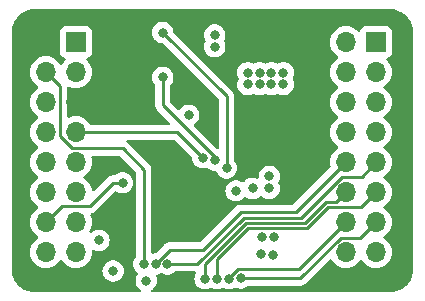
<source format=gbr>
%TF.GenerationSoftware,KiCad,Pcbnew,7.0.7-2.fc38*%
%TF.CreationDate,2023-11-16T23:20:57-08:00*%
%TF.ProjectId,TinySparrow,54696e79-5370-4617-9272-6f772e6b6963,rev?*%
%TF.SameCoordinates,Original*%
%TF.FileFunction,Copper,L2,Inr*%
%TF.FilePolarity,Positive*%
%FSLAX46Y46*%
G04 Gerber Fmt 4.6, Leading zero omitted, Abs format (unit mm)*
G04 Created by KiCad (PCBNEW 7.0.7-2.fc38) date 2023-11-16 23:20:57*
%MOMM*%
%LPD*%
G01*
G04 APERTURE LIST*
%TA.AperFunction,ComponentPad*%
%ADD10R,1.700000X1.700000*%
%TD*%
%TA.AperFunction,ComponentPad*%
%ADD11O,1.700000X1.700000*%
%TD*%
%TA.AperFunction,ViaPad*%
%ADD12C,0.800000*%
%TD*%
%TA.AperFunction,Conductor*%
%ADD13C,0.250000*%
%TD*%
G04 APERTURE END LIST*
D10*
%TO.N,/CANL*%
%TO.C,J1*%
X172450000Y-84620000D03*
D11*
%TO.N,GND*%
X169910000Y-84620000D03*
%TO.N,/CANH*%
X172450000Y-87160000D03*
%TO.N,/PA0*%
X169910000Y-87160000D03*
%TO.N,GND*%
X172450000Y-89700000D03*
%TO.N,/~{RESET}*%
X169910000Y-89700000D03*
%TO.N,/SWDIO*%
X172450000Y-92240000D03*
%TO.N,/SWCLK*%
X169910000Y-92240000D03*
%TO.N,/PA15*%
X172450000Y-94780000D03*
%TO.N,/PB3*%
X169910000Y-94780000D03*
%TO.N,/PB4*%
X172450000Y-97320000D03*
%TO.N,/PB5*%
X169910000Y-97320000D03*
%TO.N,/PB6*%
X172450000Y-99860000D03*
%TO.N,/PB7*%
X169910000Y-99860000D03*
%TO.N,/PD0*%
X172450000Y-102400000D03*
%TO.N,/PD1*%
X169910000Y-102400000D03*
%TD*%
D10*
%TO.N,/PA8*%
%TO.C,J2*%
X197850000Y-84620000D03*
D11*
%TO.N,+3V3*%
X195310000Y-84620000D03*
%TO.N,/PA9*%
X197850000Y-87160000D03*
%TO.N,/PA10*%
X195310000Y-87160000D03*
%TO.N,/PB1*%
X197850000Y-89700000D03*
%TO.N,/PB2*%
X195310000Y-89700000D03*
%TO.N,/PA7*%
X197850000Y-92240000D03*
%TO.N,/PB0*%
X195310000Y-92240000D03*
%TO.N,/PA2*%
X197850000Y-94780000D03*
%TO.N,/PA1*%
X195310000Y-94780000D03*
%TO.N,/PA4*%
X197850000Y-97320000D03*
%TO.N,/PA3*%
X195310000Y-97320000D03*
%TO.N,/PA6*%
X197850000Y-99860000D03*
%TO.N,/PA5*%
X195310000Y-99860000D03*
%TO.N,VDC*%
X197850000Y-102400000D03*
X195310000Y-102400000D03*
%TD*%
D12*
%TO.N,GND*%
X175000000Y-91200000D03*
X183800000Y-92600000D03*
X200400000Y-96200000D03*
X172200000Y-105200000D03*
X169200000Y-105200000D03*
X171200000Y-105200000D03*
X200400000Y-97200000D03*
X177000000Y-91200000D03*
X181200000Y-97800000D03*
X181200000Y-98800000D03*
X177000000Y-90200000D03*
X176600000Y-98800000D03*
X200400000Y-95200000D03*
X181200000Y-99800000D03*
X175000000Y-89200000D03*
X182200000Y-98800000D03*
X175000000Y-90200000D03*
X170200000Y-105200000D03*
X176000000Y-90200000D03*
X200400000Y-98200000D03*
X200400000Y-100200000D03*
X180200000Y-98800000D03*
X177000000Y-89200000D03*
X176000000Y-91200000D03*
X200400000Y-102200000D03*
X176000000Y-89200000D03*
X200400000Y-99200000D03*
X200400000Y-101200000D03*
%TO.N,+3V3*%
X190000000Y-88200000D03*
X184200000Y-85000000D03*
X178400000Y-104800000D03*
X187400000Y-97000000D03*
X174400000Y-101400000D03*
X187000000Y-88200000D03*
X188000000Y-87200000D03*
X188000000Y-88200000D03*
X189000000Y-87200000D03*
X184200000Y-84000000D03*
X190000000Y-87200000D03*
X187000000Y-87200000D03*
X189000000Y-88200000D03*
X182000000Y-90800000D03*
%TO.N,/~{RESET}*%
X175600000Y-104000000D03*
%TO.N,/PA0*%
X178200497Y-103400000D03*
%TO.N,/PA1*%
X179200000Y-103400000D03*
%TO.N,/PA2*%
X180200000Y-103400000D03*
%TO.N,/PA3*%
X183388000Y-104648000D03*
%TO.N,/PA4*%
X184387503Y-104648000D03*
%TO.N,/PA5*%
X185420000Y-104648000D03*
%TO.N,/PA6*%
X186418306Y-104599103D03*
%TO.N,/PA7*%
X189152966Y-102632142D03*
%TO.N,/PB0*%
X188157582Y-102541500D03*
%TO.N,/PB1*%
X189213503Y-101092000D03*
%TO.N,/PB2*%
X188214000Y-101092000D03*
%TO.N,/PA8*%
X186000000Y-97200000D03*
%TO.N,/PA9*%
X188800000Y-97000000D03*
%TO.N,/PA10*%
X188812299Y-95987701D03*
%TO.N,/CANRX*%
X179800000Y-83800000D03*
X185200000Y-95263201D03*
%TO.N,/CANTX*%
X179800000Y-87600000D03*
X184200000Y-94600000D03*
%TO.N,/SWDIO*%
X183200000Y-94400000D03*
%TO.N,/PB7*%
X176400000Y-96524500D03*
%TD*%
D13*
%TO.N,/PA0*%
X172148299Y-93600000D02*
X176400000Y-93600000D01*
X171085000Y-92536701D02*
X172148299Y-93600000D01*
X169910000Y-87160000D02*
X171085000Y-88335000D01*
X171085000Y-88335000D02*
X171085000Y-92536701D01*
X178200497Y-95400497D02*
X178200497Y-103400000D01*
X176400000Y-93600000D02*
X178200497Y-95400497D01*
%TO.N,/PA1*%
X186400000Y-99000000D02*
X183200000Y-102200000D01*
X183200000Y-102200000D02*
X180374695Y-102200000D01*
X195310000Y-94780000D02*
X191090000Y-99000000D01*
X179200000Y-103374695D02*
X179200000Y-103400000D01*
X191090000Y-99000000D02*
X186400000Y-99000000D01*
X180374695Y-102200000D02*
X179200000Y-103374695D01*
%TO.N,/PA2*%
X186660208Y-99467000D02*
X191501298Y-99467000D01*
X191501298Y-99467000D02*
X194968299Y-96000000D01*
X196630000Y-96000000D02*
X197850000Y-94780000D01*
X180200000Y-103400000D02*
X182727208Y-103400000D01*
X194968299Y-96000000D02*
X196630000Y-96000000D01*
X182727208Y-103400000D02*
X186660208Y-99467000D01*
%TO.N,/PA3*%
X183388000Y-103375604D02*
X186846604Y-99917000D01*
X191833000Y-99917000D02*
X193600000Y-98150000D01*
X193600000Y-98150000D02*
X194480000Y-98150000D01*
X183388000Y-104648000D02*
X183388000Y-103375604D01*
X194480000Y-98150000D02*
X195310000Y-97320000D01*
X186846604Y-99917000D02*
X191833000Y-99917000D01*
%TO.N,/PA4*%
X184387503Y-104648000D02*
X184387503Y-103012497D01*
X196570000Y-98600000D02*
X197850000Y-97320000D01*
X193800000Y-98600000D02*
X196570000Y-98600000D01*
X192033000Y-100367000D02*
X193800000Y-98600000D01*
X187033000Y-100367000D02*
X192033000Y-100367000D01*
X184387503Y-103012497D02*
X187033000Y-100367000D01*
%TO.N,/PA5*%
X191370000Y-103800000D02*
X195310000Y-99860000D01*
X185420000Y-104572104D02*
X186192104Y-103800000D01*
X186192104Y-103800000D02*
X191370000Y-103800000D01*
X185420000Y-104648000D02*
X185420000Y-104572104D01*
%TO.N,/PA6*%
X191449196Y-104599103D02*
X194848299Y-101200000D01*
X186418306Y-104599103D02*
X191449196Y-104599103D01*
X196510000Y-101200000D02*
X197850000Y-99860000D01*
X194848299Y-101200000D02*
X196510000Y-101200000D01*
%TO.N,/CANRX*%
X185200000Y-89200000D02*
X179800000Y-83800000D01*
X185200000Y-95263201D02*
X185200000Y-89200000D01*
%TO.N,/CANTX*%
X184200000Y-94600000D02*
X184200000Y-94374695D01*
X179800000Y-89974695D02*
X179800000Y-87600000D01*
X184200000Y-94374695D02*
X179800000Y-89974695D01*
%TO.N,/SWDIO*%
X183200000Y-94400000D02*
X181040000Y-92240000D01*
X181040000Y-92240000D02*
X172450000Y-92240000D01*
%TO.N,/PB7*%
X171275000Y-98495000D02*
X169910000Y-99860000D01*
X173600000Y-98495000D02*
X171275000Y-98495000D01*
X175570500Y-96524500D02*
X173600000Y-98495000D01*
X176400000Y-96524500D02*
X175570500Y-96524500D01*
%TD*%
%TA.AperFunction,Conductor*%
%TO.N,GND*%
G36*
X199002019Y-81800633D02*
G01*
X199037198Y-81802938D01*
X199083708Y-81805986D01*
X199265459Y-81818985D01*
X199273100Y-81820015D01*
X199366738Y-81838641D01*
X199389420Y-81843153D01*
X199415023Y-81848722D01*
X199533666Y-81874531D01*
X199540383Y-81876395D01*
X199659437Y-81916809D01*
X199756671Y-81953076D01*
X199791741Y-81966157D01*
X199797499Y-81968643D01*
X199912952Y-82025578D01*
X200034906Y-82092170D01*
X200039634Y-82095032D01*
X200096571Y-82133076D01*
X200146649Y-82166537D01*
X200149358Y-82168454D01*
X200258652Y-82250271D01*
X200262345Y-82253265D01*
X200359502Y-82338469D01*
X200362448Y-82341228D01*
X200458769Y-82437549D01*
X200461526Y-82440492D01*
X200546729Y-82537648D01*
X200549732Y-82541353D01*
X200601564Y-82610592D01*
X200631543Y-82650639D01*
X200633461Y-82653349D01*
X200704962Y-82760357D01*
X200707828Y-82765091D01*
X200774421Y-82887047D01*
X200831355Y-83002499D01*
X200833841Y-83008257D01*
X200870212Y-83105768D01*
X200883196Y-83140578D01*
X200888289Y-83155581D01*
X200923597Y-83259596D01*
X200925472Y-83266352D01*
X200956846Y-83410579D01*
X200979980Y-83526880D01*
X200981015Y-83534560D01*
X200994017Y-83716350D01*
X200999367Y-83797966D01*
X200999500Y-83802023D01*
X200999500Y-103797975D01*
X200999367Y-103802032D01*
X200994017Y-103883648D01*
X200981015Y-104065438D01*
X200979980Y-104073118D01*
X200956846Y-104189420D01*
X200925472Y-104333646D01*
X200923597Y-104340401D01*
X200883197Y-104459418D01*
X200878893Y-104470956D01*
X200833841Y-104591741D01*
X200831355Y-104597499D01*
X200774421Y-104712952D01*
X200707828Y-104834907D01*
X200704961Y-104839641D01*
X200633461Y-104946649D01*
X200631543Y-104949359D01*
X200549744Y-105058631D01*
X200546723Y-105062357D01*
X200461529Y-105159502D01*
X200458755Y-105162464D01*
X200362464Y-105258755D01*
X200359502Y-105261529D01*
X200262357Y-105346723D01*
X200258631Y-105349744D01*
X200149359Y-105431543D01*
X200146649Y-105433461D01*
X200039641Y-105504961D01*
X200034907Y-105507828D01*
X199912952Y-105574421D01*
X199797499Y-105631355D01*
X199791741Y-105633841D01*
X199670956Y-105678893D01*
X199659418Y-105683197D01*
X199540401Y-105723597D01*
X199533646Y-105725472D01*
X199389420Y-105756846D01*
X199273118Y-105779980D01*
X199265438Y-105781015D01*
X199083648Y-105794017D01*
X199032582Y-105797364D01*
X199002025Y-105799367D01*
X198997976Y-105799500D01*
X178937961Y-105799500D01*
X178870922Y-105779815D01*
X178825167Y-105727011D01*
X178815223Y-105657853D01*
X178844248Y-105594297D01*
X178865076Y-105575182D01*
X178941306Y-105519796D01*
X179005871Y-105472888D01*
X179132533Y-105332216D01*
X179227179Y-105168284D01*
X179285674Y-104988256D01*
X179305460Y-104800000D01*
X179285674Y-104611744D01*
X179234212Y-104453364D01*
X179232218Y-104383525D01*
X179268298Y-104323692D01*
X179326363Y-104293758D01*
X179479803Y-104261144D01*
X179649566Y-104185559D01*
X179718812Y-104176274D01*
X179750433Y-104185559D01*
X179920197Y-104261144D01*
X180105354Y-104300500D01*
X180105355Y-104300500D01*
X180294644Y-104300500D01*
X180294646Y-104300500D01*
X180479803Y-104261144D01*
X180652730Y-104184151D01*
X180805871Y-104072888D01*
X180808788Y-104069647D01*
X180811600Y-104066526D01*
X180871087Y-104029879D01*
X180903748Y-104025500D01*
X182492818Y-104025500D01*
X182559857Y-104045185D01*
X182605612Y-104097989D01*
X182615556Y-104167147D01*
X182600206Y-104211499D01*
X182560820Y-104279718D01*
X182560818Y-104279722D01*
X182502432Y-104459418D01*
X182502326Y-104459744D01*
X182482540Y-104648000D01*
X182502326Y-104836256D01*
X182502327Y-104836259D01*
X182560818Y-105016277D01*
X182560821Y-105016284D01*
X182655467Y-105180216D01*
X182738099Y-105271988D01*
X182782129Y-105320888D01*
X182935265Y-105432148D01*
X182935270Y-105432151D01*
X183108192Y-105509142D01*
X183108197Y-105509144D01*
X183293354Y-105548500D01*
X183293355Y-105548500D01*
X183482644Y-105548500D01*
X183482646Y-105548500D01*
X183667803Y-105509144D01*
X183837316Y-105433670D01*
X183906564Y-105424386D01*
X183938187Y-105433671D01*
X184107695Y-105509142D01*
X184107700Y-105509144D01*
X184292857Y-105548500D01*
X184292858Y-105548500D01*
X184482147Y-105548500D01*
X184482149Y-105548500D01*
X184667306Y-105509144D01*
X184840233Y-105432151D01*
X184840243Y-105432143D01*
X184841742Y-105431279D01*
X184842731Y-105431038D01*
X184846170Y-105429508D01*
X184846449Y-105430136D01*
X184909640Y-105414801D01*
X184961149Y-105429922D01*
X184961334Y-105429508D01*
X184964422Y-105430883D01*
X184965747Y-105431272D01*
X184967268Y-105432149D01*
X184967270Y-105432151D01*
X185058766Y-105472888D01*
X185140192Y-105509142D01*
X185140197Y-105509144D01*
X185325354Y-105548500D01*
X185325355Y-105548500D01*
X185514644Y-105548500D01*
X185514646Y-105548500D01*
X185699803Y-105509144D01*
X185872730Y-105432151D01*
X185891818Y-105418282D01*
X185957620Y-105394802D01*
X186015138Y-105405320D01*
X186138503Y-105460247D01*
X186323660Y-105499603D01*
X186323661Y-105499603D01*
X186512950Y-105499603D01*
X186512952Y-105499603D01*
X186698109Y-105460247D01*
X186871036Y-105383254D01*
X187024177Y-105271991D01*
X187027094Y-105268750D01*
X187029906Y-105265629D01*
X187089393Y-105228982D01*
X187122054Y-105224603D01*
X191366453Y-105224603D01*
X191382073Y-105226327D01*
X191382100Y-105226042D01*
X191389856Y-105226774D01*
X191389863Y-105226776D01*
X191459010Y-105224603D01*
X191488546Y-105224603D01*
X191495424Y-105223733D01*
X191501237Y-105223275D01*
X191547823Y-105221812D01*
X191567065Y-105216220D01*
X191586108Y-105212277D01*
X191605988Y-105209767D01*
X191649318Y-105192610D01*
X191654842Y-105190720D01*
X191658592Y-105189630D01*
X191699586Y-105177721D01*
X191716825Y-105167525D01*
X191734299Y-105158965D01*
X191752923Y-105151591D01*
X191752923Y-105151590D01*
X191752928Y-105151589D01*
X191790645Y-105124185D01*
X191795501Y-105120995D01*
X191835616Y-105097273D01*
X191849785Y-105083102D01*
X191864575Y-105070471D01*
X191880783Y-105058697D01*
X191910495Y-105022779D01*
X191914408Y-105018479D01*
X193921412Y-103011475D01*
X193982733Y-102977992D01*
X194052425Y-102982976D01*
X194108358Y-103024848D01*
X194121473Y-103046752D01*
X194135966Y-103077832D01*
X194211428Y-103185602D01*
X194271505Y-103271401D01*
X194438599Y-103438495D01*
X194535384Y-103506265D01*
X194632165Y-103574032D01*
X194632167Y-103574033D01*
X194632170Y-103574035D01*
X194846337Y-103673903D01*
X195074592Y-103735063D01*
X195262918Y-103751539D01*
X195309999Y-103755659D01*
X195310000Y-103755659D01*
X195310001Y-103755659D01*
X195349234Y-103752226D01*
X195545408Y-103735063D01*
X195773663Y-103673903D01*
X195987830Y-103574035D01*
X196181401Y-103438495D01*
X196348495Y-103271401D01*
X196467103Y-103102011D01*
X196478425Y-103085842D01*
X196533002Y-103042217D01*
X196602500Y-103035023D01*
X196664855Y-103066546D01*
X196681575Y-103085842D01*
X196811500Y-103271395D01*
X196811505Y-103271401D01*
X196978599Y-103438495D01*
X197075384Y-103506265D01*
X197172165Y-103574032D01*
X197172167Y-103574033D01*
X197172170Y-103574035D01*
X197386337Y-103673903D01*
X197614592Y-103735063D01*
X197802918Y-103751539D01*
X197849999Y-103755659D01*
X197850000Y-103755659D01*
X197850001Y-103755659D01*
X197889234Y-103752226D01*
X198085408Y-103735063D01*
X198313663Y-103673903D01*
X198527830Y-103574035D01*
X198721401Y-103438495D01*
X198888495Y-103271401D01*
X199024035Y-103077830D01*
X199123903Y-102863663D01*
X199185063Y-102635408D01*
X199205659Y-102400000D01*
X199185063Y-102164592D01*
X199123903Y-101936337D01*
X199024035Y-101722171D01*
X199018425Y-101714158D01*
X198888494Y-101528597D01*
X198721402Y-101361506D01*
X198721396Y-101361501D01*
X198535842Y-101231575D01*
X198492217Y-101176998D01*
X198485023Y-101107500D01*
X198516546Y-101045145D01*
X198535842Y-101028425D01*
X198587148Y-100992500D01*
X198721401Y-100898495D01*
X198888495Y-100731401D01*
X199024035Y-100537830D01*
X199123903Y-100323663D01*
X199185063Y-100095408D01*
X199205659Y-99860000D01*
X199185063Y-99624592D01*
X199123903Y-99396337D01*
X199024035Y-99182171D01*
X198999261Y-99146789D01*
X198888494Y-98988597D01*
X198721402Y-98821506D01*
X198721401Y-98821505D01*
X198535842Y-98691575D01*
X198535841Y-98691574D01*
X198492216Y-98636997D01*
X198485024Y-98567498D01*
X198516546Y-98505144D01*
X198535836Y-98488428D01*
X198721401Y-98358495D01*
X198888495Y-98191401D01*
X199024035Y-97997830D01*
X199123903Y-97783663D01*
X199185063Y-97555408D01*
X199205659Y-97320000D01*
X199185063Y-97084592D01*
X199123903Y-96856337D01*
X199024035Y-96642171D01*
X199018425Y-96634158D01*
X198888494Y-96448597D01*
X198721402Y-96281506D01*
X198721396Y-96281501D01*
X198535842Y-96151575D01*
X198492217Y-96096998D01*
X198485023Y-96027500D01*
X198516546Y-95965145D01*
X198535842Y-95948425D01*
X198602442Y-95901791D01*
X198721401Y-95818495D01*
X198888495Y-95651401D01*
X199024035Y-95457830D01*
X199123903Y-95243663D01*
X199185063Y-95015408D01*
X199205659Y-94780000D01*
X199185063Y-94544592D01*
X199123903Y-94316337D01*
X199024035Y-94102171D01*
X199018425Y-94094158D01*
X198888494Y-93908597D01*
X198721402Y-93741506D01*
X198721401Y-93741505D01*
X198535842Y-93611575D01*
X198535841Y-93611574D01*
X198492216Y-93556997D01*
X198485024Y-93487498D01*
X198516546Y-93425144D01*
X198535836Y-93408428D01*
X198721401Y-93278495D01*
X198888495Y-93111401D01*
X199024035Y-92917830D01*
X199123903Y-92703663D01*
X199185063Y-92475408D01*
X199205659Y-92240000D01*
X199185063Y-92004592D01*
X199123903Y-91776337D01*
X199024035Y-91562171D01*
X199023652Y-91561623D01*
X198888494Y-91368597D01*
X198721402Y-91201506D01*
X198721396Y-91201501D01*
X198535842Y-91071575D01*
X198492217Y-91016998D01*
X198485023Y-90947500D01*
X198516546Y-90885145D01*
X198535842Y-90868425D01*
X198633563Y-90800000D01*
X198721401Y-90738495D01*
X198888495Y-90571401D01*
X199024035Y-90377830D01*
X199123903Y-90163663D01*
X199185063Y-89935408D01*
X199205659Y-89700000D01*
X199185063Y-89464592D01*
X199123903Y-89236337D01*
X199024035Y-89022171D01*
X199018425Y-89014158D01*
X198888494Y-88828597D01*
X198721402Y-88661506D01*
X198721401Y-88661505D01*
X198535842Y-88531575D01*
X198535841Y-88531574D01*
X198492216Y-88476997D01*
X198485024Y-88407498D01*
X198516546Y-88345144D01*
X198535836Y-88328428D01*
X198721401Y-88198495D01*
X198888495Y-88031401D01*
X199024035Y-87837830D01*
X199123903Y-87623663D01*
X199185063Y-87395408D01*
X199205659Y-87160000D01*
X199185063Y-86924592D01*
X199123903Y-86696337D01*
X199024035Y-86482171D01*
X199018424Y-86474158D01*
X198888496Y-86288600D01*
X198888493Y-86288597D01*
X198766567Y-86166671D01*
X198733084Y-86105351D01*
X198738068Y-86035659D01*
X198779939Y-85979725D01*
X198810915Y-85962810D01*
X198942331Y-85913796D01*
X199057546Y-85827546D01*
X199143796Y-85712331D01*
X199194091Y-85577483D01*
X199200500Y-85517873D01*
X199200499Y-83722128D01*
X199194091Y-83662517D01*
X199192810Y-83659083D01*
X199143797Y-83527671D01*
X199143793Y-83527664D01*
X199057547Y-83412455D01*
X199057544Y-83412452D01*
X198942335Y-83326206D01*
X198942328Y-83326202D01*
X198807482Y-83275908D01*
X198807483Y-83275908D01*
X198747883Y-83269501D01*
X198747881Y-83269500D01*
X198747873Y-83269500D01*
X198747864Y-83269500D01*
X196952129Y-83269500D01*
X196952123Y-83269501D01*
X196892516Y-83275908D01*
X196757671Y-83326202D01*
X196757664Y-83326206D01*
X196642455Y-83412452D01*
X196642452Y-83412455D01*
X196556206Y-83527664D01*
X196556203Y-83527669D01*
X196507189Y-83659083D01*
X196465317Y-83715016D01*
X196399853Y-83739433D01*
X196331580Y-83724581D01*
X196303326Y-83703430D01*
X196181402Y-83581506D01*
X196181395Y-83581501D01*
X195987834Y-83445967D01*
X195987830Y-83445965D01*
X195957271Y-83431715D01*
X195773663Y-83346097D01*
X195773659Y-83346096D01*
X195773655Y-83346094D01*
X195545413Y-83284938D01*
X195545403Y-83284936D01*
X195310001Y-83264341D01*
X195309999Y-83264341D01*
X195074596Y-83284936D01*
X195074586Y-83284938D01*
X194846344Y-83346094D01*
X194846335Y-83346098D01*
X194632171Y-83445964D01*
X194632169Y-83445965D01*
X194438597Y-83581505D01*
X194271505Y-83748597D01*
X194135965Y-83942169D01*
X194135964Y-83942171D01*
X194036098Y-84156335D01*
X194036094Y-84156344D01*
X193974938Y-84384586D01*
X193974936Y-84384596D01*
X193954341Y-84619999D01*
X193954341Y-84620000D01*
X193974936Y-84855403D01*
X193974938Y-84855413D01*
X194036094Y-85083655D01*
X194036096Y-85083659D01*
X194036097Y-85083663D01*
X194084870Y-85188256D01*
X194135965Y-85297830D01*
X194135967Y-85297834D01*
X194271501Y-85491395D01*
X194271506Y-85491402D01*
X194438597Y-85658493D01*
X194438603Y-85658498D01*
X194624158Y-85788425D01*
X194667783Y-85843002D01*
X194674977Y-85912500D01*
X194643454Y-85974855D01*
X194624158Y-85991575D01*
X194438597Y-86121505D01*
X194271505Y-86288597D01*
X194135965Y-86482169D01*
X194135964Y-86482171D01*
X194036098Y-86696335D01*
X194036094Y-86696344D01*
X193974938Y-86924586D01*
X193974936Y-86924596D01*
X193954341Y-87159999D01*
X193954341Y-87160000D01*
X193974936Y-87395403D01*
X193974938Y-87395413D01*
X194036094Y-87623655D01*
X194036096Y-87623659D01*
X194036097Y-87623663D01*
X194112848Y-87788256D01*
X194135965Y-87837830D01*
X194135967Y-87837834D01*
X194227305Y-87968277D01*
X194271501Y-88031396D01*
X194271506Y-88031402D01*
X194438597Y-88198493D01*
X194438603Y-88198498D01*
X194624158Y-88328425D01*
X194667783Y-88383002D01*
X194674977Y-88452500D01*
X194643454Y-88514855D01*
X194624158Y-88531575D01*
X194438597Y-88661505D01*
X194271505Y-88828597D01*
X194135965Y-89022169D01*
X194135964Y-89022171D01*
X194036098Y-89236335D01*
X194036094Y-89236344D01*
X193974938Y-89464586D01*
X193974936Y-89464596D01*
X193954341Y-89699999D01*
X193954341Y-89700000D01*
X193974936Y-89935403D01*
X193974938Y-89935413D01*
X194036094Y-90163655D01*
X194036096Y-90163659D01*
X194036097Y-90163663D01*
X194105059Y-90311552D01*
X194135965Y-90377830D01*
X194135967Y-90377834D01*
X194244281Y-90532521D01*
X194271501Y-90571396D01*
X194271506Y-90571402D01*
X194438597Y-90738493D01*
X194438603Y-90738498D01*
X194624158Y-90868425D01*
X194667783Y-90923002D01*
X194674977Y-90992500D01*
X194643454Y-91054855D01*
X194624158Y-91071575D01*
X194438597Y-91201505D01*
X194271505Y-91368597D01*
X194135965Y-91562169D01*
X194135964Y-91562171D01*
X194036098Y-91776335D01*
X194036094Y-91776344D01*
X193974938Y-92004586D01*
X193974936Y-92004596D01*
X193954341Y-92239999D01*
X193954341Y-92240000D01*
X193974936Y-92475403D01*
X193974938Y-92475413D01*
X194036094Y-92703655D01*
X194036096Y-92703659D01*
X194036097Y-92703663D01*
X194040000Y-92712032D01*
X194135965Y-92917830D01*
X194135967Y-92917834D01*
X194233642Y-93057327D01*
X194271501Y-93111396D01*
X194271506Y-93111402D01*
X194438597Y-93278493D01*
X194438603Y-93278498D01*
X194624158Y-93408425D01*
X194667783Y-93463002D01*
X194674977Y-93532500D01*
X194643454Y-93594855D01*
X194624158Y-93611575D01*
X194438597Y-93741505D01*
X194271505Y-93908597D01*
X194135965Y-94102169D01*
X194135964Y-94102171D01*
X194036098Y-94316335D01*
X194036094Y-94316344D01*
X193974938Y-94544586D01*
X193974936Y-94544596D01*
X193954341Y-94779999D01*
X193954341Y-94780000D01*
X193974937Y-95015408D01*
X194001855Y-95115873D01*
X194000192Y-95185723D01*
X193969761Y-95235646D01*
X190867228Y-98338181D01*
X190805905Y-98371666D01*
X190779547Y-98374500D01*
X186482737Y-98374500D01*
X186467120Y-98372776D01*
X186467093Y-98373062D01*
X186459331Y-98372327D01*
X186390203Y-98374500D01*
X186360650Y-98374500D01*
X186359929Y-98374590D01*
X186353757Y-98375369D01*
X186347945Y-98375826D01*
X186301372Y-98377290D01*
X186301369Y-98377291D01*
X186282126Y-98382881D01*
X186263083Y-98386825D01*
X186243204Y-98389336D01*
X186243203Y-98389337D01*
X186199878Y-98406490D01*
X186194352Y-98408382D01*
X186149608Y-98421383D01*
X186149604Y-98421385D01*
X186132365Y-98431580D01*
X186114898Y-98440137D01*
X186096269Y-98447512D01*
X186096267Y-98447513D01*
X186058564Y-98474906D01*
X186053682Y-98478112D01*
X186013580Y-98501828D01*
X185999408Y-98516000D01*
X185984623Y-98528628D01*
X185968412Y-98540407D01*
X185938709Y-98576310D01*
X185934777Y-98580631D01*
X182977228Y-101538181D01*
X182915905Y-101571666D01*
X182889547Y-101574500D01*
X180457438Y-101574500D01*
X180441817Y-101572775D01*
X180441790Y-101573061D01*
X180434028Y-101572326D01*
X180364867Y-101574500D01*
X180335344Y-101574500D01*
X180328473Y-101575367D01*
X180322654Y-101575825D01*
X180276069Y-101577289D01*
X180276063Y-101577290D01*
X180256821Y-101582880D01*
X180237782Y-101586823D01*
X180217912Y-101589334D01*
X180217898Y-101589337D01*
X180174578Y-101606488D01*
X180169053Y-101608380D01*
X180124308Y-101621380D01*
X180124305Y-101621381D01*
X180107061Y-101631579D01*
X180089600Y-101640133D01*
X180070969Y-101647510D01*
X180070957Y-101647517D01*
X180033265Y-101674902D01*
X180028382Y-101678109D01*
X179988275Y-101701829D01*
X179974109Y-101715995D01*
X179959319Y-101728627D01*
X179943109Y-101740404D01*
X179943106Y-101740407D01*
X179913405Y-101776309D01*
X179909472Y-101780631D01*
X179226923Y-102463181D01*
X179165600Y-102496666D01*
X179139242Y-102499500D01*
X179105354Y-102499500D01*
X179001143Y-102521650D01*
X178975777Y-102527042D01*
X178906110Y-102521725D01*
X178850377Y-102479587D01*
X178826272Y-102414007D01*
X178825997Y-102405751D01*
X178825997Y-97200000D01*
X185094540Y-97200000D01*
X185114326Y-97388256D01*
X185114327Y-97388259D01*
X185172818Y-97568277D01*
X185172821Y-97568284D01*
X185267467Y-97732216D01*
X185314227Y-97784148D01*
X185394129Y-97872888D01*
X185547265Y-97984148D01*
X185547270Y-97984151D01*
X185720192Y-98061142D01*
X185720197Y-98061144D01*
X185905354Y-98100500D01*
X185905355Y-98100500D01*
X186094644Y-98100500D01*
X186094646Y-98100500D01*
X186279803Y-98061144D01*
X186452730Y-97984151D01*
X186605871Y-97872888D01*
X186714477Y-97752268D01*
X186773964Y-97715620D01*
X186843821Y-97716951D01*
X186879512Y-97734923D01*
X186947265Y-97784148D01*
X186947270Y-97784151D01*
X187120192Y-97861142D01*
X187120197Y-97861144D01*
X187305354Y-97900500D01*
X187305355Y-97900500D01*
X187494644Y-97900500D01*
X187494646Y-97900500D01*
X187679803Y-97861144D01*
X187852730Y-97784151D01*
X188005871Y-97672888D01*
X188005875Y-97672884D01*
X188007849Y-97670692D01*
X188009309Y-97669792D01*
X188010706Y-97668535D01*
X188010935Y-97668790D01*
X188067335Y-97634043D01*
X188137192Y-97635372D01*
X188189110Y-97668738D01*
X188189294Y-97668535D01*
X188190539Y-97669656D01*
X188192151Y-97670692D01*
X188194124Y-97672884D01*
X188194130Y-97672889D01*
X188347265Y-97784148D01*
X188347270Y-97784151D01*
X188520192Y-97861142D01*
X188520197Y-97861144D01*
X188705354Y-97900500D01*
X188705355Y-97900500D01*
X188894644Y-97900500D01*
X188894646Y-97900500D01*
X189079803Y-97861144D01*
X189252730Y-97784151D01*
X189405871Y-97672888D01*
X189532533Y-97532216D01*
X189627179Y-97368284D01*
X189685674Y-97188256D01*
X189705460Y-97000000D01*
X189685674Y-96811744D01*
X189627179Y-96631716D01*
X189589527Y-96566501D01*
X189573054Y-96498601D01*
X189589526Y-96442502D01*
X189639478Y-96355985D01*
X189697973Y-96175957D01*
X189717759Y-95987701D01*
X189697973Y-95799445D01*
X189639478Y-95619417D01*
X189544832Y-95455485D01*
X189418170Y-95314813D01*
X189418169Y-95314812D01*
X189265033Y-95203552D01*
X189265028Y-95203549D01*
X189092106Y-95126558D01*
X189092101Y-95126556D01*
X188946300Y-95095566D01*
X188906945Y-95087201D01*
X188717653Y-95087201D01*
X188685196Y-95094099D01*
X188532496Y-95126556D01*
X188532491Y-95126558D01*
X188359569Y-95203549D01*
X188359564Y-95203552D01*
X188206428Y-95314812D01*
X188079765Y-95455486D01*
X187985120Y-95619416D01*
X187985117Y-95619423D01*
X187926626Y-95799441D01*
X187926625Y-95799445D01*
X187909210Y-95965145D01*
X187906839Y-95987701D01*
X187912202Y-96038725D01*
X187899632Y-96107455D01*
X187851900Y-96158478D01*
X187784160Y-96175596D01*
X187738445Y-96164965D01*
X187679807Y-96138857D01*
X187679802Y-96138855D01*
X187521138Y-96105131D01*
X187494646Y-96099500D01*
X187305354Y-96099500D01*
X187299196Y-96100809D01*
X187120197Y-96138855D01*
X187120192Y-96138857D01*
X186947270Y-96215848D01*
X186947265Y-96215851D01*
X186794132Y-96327109D01*
X186794129Y-96327111D01*
X186794129Y-96327112D01*
X186783556Y-96338855D01*
X186685522Y-96447732D01*
X186626035Y-96484380D01*
X186556178Y-96483049D01*
X186520488Y-96465078D01*
X186452730Y-96415849D01*
X186452729Y-96415848D01*
X186279807Y-96338857D01*
X186279802Y-96338855D01*
X186134001Y-96307865D01*
X186094646Y-96299500D01*
X185905354Y-96299500D01*
X185872897Y-96306398D01*
X185720197Y-96338855D01*
X185720192Y-96338857D01*
X185547270Y-96415848D01*
X185547265Y-96415851D01*
X185394129Y-96527111D01*
X185267466Y-96667785D01*
X185172821Y-96831715D01*
X185172818Y-96831722D01*
X185118142Y-97000000D01*
X185114326Y-97011744D01*
X185094540Y-97200000D01*
X178825997Y-97200000D01*
X178825997Y-95483234D01*
X178827721Y-95467620D01*
X178827435Y-95467593D01*
X178828169Y-95459830D01*
X178828032Y-95455485D01*
X178825997Y-95390700D01*
X178825997Y-95361147D01*
X178825126Y-95354256D01*
X178824669Y-95348442D01*
X178823206Y-95301869D01*
X178817619Y-95282641D01*
X178813671Y-95263581D01*
X178813363Y-95261142D01*
X178811161Y-95243705D01*
X178794004Y-95200372D01*
X178792116Y-95194856D01*
X178779116Y-95150109D01*
X178768915Y-95132860D01*
X178760357Y-95115391D01*
X178752983Y-95096765D01*
X178752980Y-95096761D01*
X178752980Y-95096760D01*
X178725595Y-95059068D01*
X178722387Y-95054184D01*
X178698669Y-95014079D01*
X178698660Y-95014068D01*
X178684502Y-94999910D01*
X178671867Y-94985117D01*
X178660090Y-94968909D01*
X178624190Y-94939210D01*
X178619878Y-94935287D01*
X176900803Y-93216212D01*
X176890980Y-93203950D01*
X176890759Y-93204134D01*
X176885786Y-93198123D01*
X176885754Y-93198093D01*
X176835364Y-93150773D01*
X176824919Y-93140328D01*
X176814475Y-93129883D01*
X176808986Y-93125625D01*
X176804561Y-93121847D01*
X176770582Y-93089938D01*
X176770577Y-93089933D01*
X176770419Y-93089819D01*
X176770325Y-93089697D01*
X176764893Y-93084596D01*
X176765715Y-93083719D01*
X176727752Y-93034489D01*
X176721773Y-92964876D01*
X176754378Y-92903081D01*
X176815216Y-92868723D01*
X176843303Y-92865500D01*
X180729548Y-92865500D01*
X180796587Y-92885185D01*
X180817229Y-92901819D01*
X182261038Y-94345629D01*
X182294523Y-94406952D01*
X182296678Y-94420348D01*
X182304968Y-94499227D01*
X182314326Y-94588256D01*
X182314327Y-94588259D01*
X182372818Y-94768277D01*
X182372821Y-94768284D01*
X182467467Y-94932216D01*
X182541177Y-95014079D01*
X182594129Y-95072888D01*
X182747265Y-95184148D01*
X182747270Y-95184151D01*
X182920192Y-95261142D01*
X182920197Y-95261144D01*
X183105354Y-95300500D01*
X183105355Y-95300500D01*
X183294644Y-95300500D01*
X183294646Y-95300500D01*
X183479803Y-95261144D01*
X183479805Y-95261142D01*
X183485987Y-95259135D01*
X183486796Y-95261626D01*
X183544473Y-95253873D01*
X183598585Y-95276126D01*
X183747265Y-95384148D01*
X183747270Y-95384151D01*
X183920192Y-95461142D01*
X183920197Y-95461144D01*
X184105354Y-95500500D01*
X184105355Y-95500500D01*
X184240170Y-95500500D01*
X184307209Y-95520185D01*
X184352964Y-95572989D01*
X184358101Y-95586182D01*
X184372818Y-95631479D01*
X184372821Y-95631485D01*
X184467467Y-95795417D01*
X184574092Y-95913836D01*
X184594129Y-95936089D01*
X184747265Y-96047349D01*
X184747270Y-96047352D01*
X184920192Y-96124343D01*
X184920197Y-96124345D01*
X185105354Y-96163701D01*
X185105355Y-96163701D01*
X185294644Y-96163701D01*
X185294646Y-96163701D01*
X185479803Y-96124345D01*
X185652730Y-96047352D01*
X185805871Y-95936089D01*
X185932533Y-95795417D01*
X186027179Y-95631485D01*
X186085674Y-95451457D01*
X186105460Y-95263201D01*
X186085674Y-95074945D01*
X186027179Y-94894917D01*
X185932533Y-94730985D01*
X185932533Y-94730984D01*
X185857350Y-94647485D01*
X185827120Y-94584493D01*
X185825500Y-94564513D01*
X185825500Y-89282737D01*
X185827224Y-89267123D01*
X185826938Y-89267096D01*
X185827672Y-89259333D01*
X185826949Y-89236337D01*
X185825500Y-89190203D01*
X185825500Y-89160650D01*
X185824629Y-89153759D01*
X185824172Y-89147945D01*
X185822709Y-89101372D01*
X185817122Y-89082144D01*
X185813174Y-89063084D01*
X185812929Y-89061142D01*
X185810664Y-89043208D01*
X185793507Y-88999875D01*
X185791619Y-88994359D01*
X185778619Y-88949612D01*
X185768418Y-88932363D01*
X185759860Y-88914894D01*
X185752486Y-88896268D01*
X185752483Y-88896264D01*
X185752483Y-88896263D01*
X185725098Y-88858571D01*
X185721890Y-88853687D01*
X185698172Y-88813582D01*
X185698163Y-88813571D01*
X185684005Y-88799413D01*
X185671370Y-88784620D01*
X185659593Y-88768412D01*
X185623693Y-88738713D01*
X185619381Y-88734790D01*
X185084591Y-88200000D01*
X186094540Y-88200000D01*
X186114326Y-88388256D01*
X186114327Y-88388259D01*
X186172818Y-88568277D01*
X186172821Y-88568284D01*
X186267467Y-88732216D01*
X186381238Y-88858571D01*
X186394129Y-88872888D01*
X186547265Y-88984148D01*
X186547270Y-88984151D01*
X186720192Y-89061142D01*
X186720197Y-89061144D01*
X186905354Y-89100500D01*
X186905355Y-89100500D01*
X187094644Y-89100500D01*
X187094646Y-89100500D01*
X187279803Y-89061144D01*
X187449566Y-88985559D01*
X187518813Y-88976275D01*
X187550430Y-88985557D01*
X187720197Y-89061144D01*
X187905354Y-89100500D01*
X187905355Y-89100500D01*
X188094644Y-89100500D01*
X188094646Y-89100500D01*
X188279803Y-89061144D01*
X188449566Y-88985559D01*
X188518813Y-88976275D01*
X188550430Y-88985557D01*
X188720197Y-89061144D01*
X188905354Y-89100500D01*
X188905355Y-89100500D01*
X189094644Y-89100500D01*
X189094646Y-89100500D01*
X189279803Y-89061144D01*
X189449566Y-88985559D01*
X189518813Y-88976275D01*
X189550430Y-88985557D01*
X189720197Y-89061144D01*
X189905354Y-89100500D01*
X189905355Y-89100500D01*
X190094644Y-89100500D01*
X190094646Y-89100500D01*
X190279803Y-89061144D01*
X190452730Y-88984151D01*
X190605871Y-88872888D01*
X190732533Y-88732216D01*
X190827179Y-88568284D01*
X190885674Y-88388256D01*
X190905460Y-88200000D01*
X190885674Y-88011744D01*
X190827179Y-87831716D01*
X190786928Y-87761999D01*
X190770455Y-87694098D01*
X190786929Y-87637998D01*
X190827179Y-87568284D01*
X190827181Y-87568277D01*
X190885674Y-87388256D01*
X190905460Y-87200000D01*
X190885674Y-87011744D01*
X190827179Y-86831716D01*
X190732533Y-86667784D01*
X190605871Y-86527112D01*
X190605870Y-86527111D01*
X190452734Y-86415851D01*
X190452729Y-86415848D01*
X190279807Y-86338857D01*
X190279802Y-86338855D01*
X190134001Y-86307865D01*
X190094646Y-86299500D01*
X189905354Y-86299500D01*
X189872897Y-86306398D01*
X189720197Y-86338855D01*
X189720192Y-86338857D01*
X189550436Y-86414439D01*
X189481186Y-86423724D01*
X189449564Y-86414439D01*
X189279807Y-86338857D01*
X189279802Y-86338855D01*
X189134001Y-86307865D01*
X189094646Y-86299500D01*
X188905354Y-86299500D01*
X188872897Y-86306398D01*
X188720197Y-86338855D01*
X188720192Y-86338857D01*
X188550436Y-86414439D01*
X188481186Y-86423724D01*
X188449564Y-86414439D01*
X188279807Y-86338857D01*
X188279802Y-86338855D01*
X188134001Y-86307865D01*
X188094646Y-86299500D01*
X187905354Y-86299500D01*
X187872897Y-86306398D01*
X187720197Y-86338855D01*
X187720192Y-86338857D01*
X187550436Y-86414439D01*
X187481186Y-86423724D01*
X187449564Y-86414439D01*
X187279807Y-86338857D01*
X187279802Y-86338855D01*
X187134000Y-86307865D01*
X187094646Y-86299500D01*
X186905354Y-86299500D01*
X186872897Y-86306398D01*
X186720197Y-86338855D01*
X186720192Y-86338857D01*
X186547270Y-86415848D01*
X186547265Y-86415851D01*
X186394129Y-86527111D01*
X186267466Y-86667785D01*
X186172821Y-86831715D01*
X186172818Y-86831722D01*
X186114327Y-87011740D01*
X186114326Y-87011744D01*
X186094540Y-87200000D01*
X186114326Y-87388256D01*
X186114327Y-87388259D01*
X186172818Y-87568277D01*
X186172820Y-87568281D01*
X186172821Y-87568284D01*
X186204794Y-87623663D01*
X186213072Y-87638001D01*
X186229543Y-87705901D01*
X186213072Y-87761999D01*
X186172820Y-87831718D01*
X186172818Y-87831722D01*
X186128449Y-87968277D01*
X186114326Y-88011744D01*
X186094540Y-88200000D01*
X185084591Y-88200000D01*
X181884592Y-85000000D01*
X183294540Y-85000000D01*
X183314326Y-85188256D01*
X183314327Y-85188259D01*
X183372818Y-85368277D01*
X183372821Y-85368284D01*
X183467467Y-85532216D01*
X183581172Y-85658498D01*
X183594129Y-85672888D01*
X183747265Y-85784148D01*
X183747270Y-85784151D01*
X183920192Y-85861142D01*
X183920197Y-85861144D01*
X184105354Y-85900500D01*
X184105355Y-85900500D01*
X184294644Y-85900500D01*
X184294646Y-85900500D01*
X184479803Y-85861144D01*
X184652730Y-85784151D01*
X184805871Y-85672888D01*
X184932533Y-85532216D01*
X185027179Y-85368284D01*
X185085674Y-85188256D01*
X185105460Y-85000000D01*
X185085674Y-84811744D01*
X185027179Y-84631716D01*
X184986928Y-84561999D01*
X184970455Y-84494098D01*
X184986929Y-84437998D01*
X185027179Y-84368284D01*
X185038899Y-84332214D01*
X185085674Y-84188256D01*
X185105460Y-84000000D01*
X185085674Y-83811744D01*
X185027179Y-83631716D01*
X184932533Y-83467784D01*
X184805871Y-83327112D01*
X184804624Y-83326206D01*
X184652734Y-83215851D01*
X184652729Y-83215848D01*
X184479807Y-83138857D01*
X184479802Y-83138855D01*
X184324135Y-83105768D01*
X184294646Y-83099500D01*
X184105354Y-83099500D01*
X184075865Y-83105768D01*
X183920197Y-83138855D01*
X183920192Y-83138857D01*
X183747270Y-83215848D01*
X183747265Y-83215851D01*
X183594129Y-83327111D01*
X183467466Y-83467785D01*
X183372821Y-83631715D01*
X183372818Y-83631722D01*
X183317480Y-83802036D01*
X183314326Y-83811744D01*
X183294540Y-84000000D01*
X183314326Y-84188256D01*
X183314327Y-84188259D01*
X183372818Y-84368277D01*
X183372820Y-84368281D01*
X183372821Y-84368284D01*
X183382239Y-84384596D01*
X183413072Y-84438001D01*
X183429543Y-84505901D01*
X183413072Y-84561999D01*
X183372820Y-84631718D01*
X183372818Y-84631722D01*
X183314327Y-84811740D01*
X183314326Y-84811744D01*
X183294540Y-85000000D01*
X181884592Y-85000000D01*
X180738960Y-83854368D01*
X180705475Y-83793046D01*
X180703323Y-83779668D01*
X180685674Y-83611744D01*
X180627179Y-83431716D01*
X180532533Y-83267784D01*
X180405871Y-83127112D01*
X180405870Y-83127111D01*
X180252734Y-83015851D01*
X180252729Y-83015848D01*
X180079807Y-82938857D01*
X180079802Y-82938855D01*
X179934000Y-82907865D01*
X179894646Y-82899500D01*
X179705354Y-82899500D01*
X179672897Y-82906398D01*
X179520197Y-82938855D01*
X179520192Y-82938857D01*
X179347270Y-83015848D01*
X179347265Y-83015851D01*
X179194129Y-83127111D01*
X179067466Y-83267785D01*
X178972821Y-83431715D01*
X178972818Y-83431722D01*
X178924151Y-83581505D01*
X178914326Y-83611744D01*
X178894540Y-83800000D01*
X178914326Y-83988256D01*
X178914327Y-83988259D01*
X178972818Y-84168277D01*
X178972821Y-84168284D01*
X179067467Y-84332216D01*
X179162714Y-84437998D01*
X179194129Y-84472888D01*
X179347265Y-84584148D01*
X179347270Y-84584151D01*
X179520192Y-84661142D01*
X179520197Y-84661144D01*
X179705354Y-84700500D01*
X179764548Y-84700500D01*
X179831587Y-84720185D01*
X179852229Y-84736819D01*
X184538181Y-89422771D01*
X184571666Y-89484094D01*
X184574500Y-89510452D01*
X184574500Y-93565242D01*
X184554815Y-93632281D01*
X184502011Y-93678036D01*
X184432853Y-93687980D01*
X184369297Y-93658955D01*
X184362819Y-93652923D01*
X182463483Y-91753587D01*
X182429998Y-91692264D01*
X182434982Y-91622572D01*
X182476854Y-91566639D01*
X182478138Y-91565690D01*
X182605871Y-91472888D01*
X182732533Y-91332216D01*
X182827179Y-91168284D01*
X182885674Y-90988256D01*
X182905460Y-90800000D01*
X182885674Y-90611744D01*
X182827179Y-90431716D01*
X182732533Y-90267784D01*
X182605871Y-90127112D01*
X182605870Y-90127111D01*
X182452734Y-90015851D01*
X182452729Y-90015848D01*
X182279807Y-89938857D01*
X182279802Y-89938855D01*
X182132599Y-89907567D01*
X182094646Y-89899500D01*
X181905354Y-89899500D01*
X181876467Y-89905640D01*
X181720197Y-89938855D01*
X181720192Y-89938857D01*
X181547270Y-90015848D01*
X181547265Y-90015851D01*
X181394129Y-90127111D01*
X181267465Y-90267785D01*
X181242197Y-90311552D01*
X181191630Y-90359768D01*
X181123023Y-90372990D01*
X181058158Y-90347022D01*
X181047129Y-90337233D01*
X180461819Y-89751923D01*
X180428334Y-89690600D01*
X180425500Y-89664242D01*
X180425500Y-88298687D01*
X180445185Y-88231648D01*
X180457350Y-88215715D01*
X180475891Y-88195122D01*
X180532533Y-88132216D01*
X180627179Y-87968284D01*
X180685674Y-87788256D01*
X180705460Y-87600000D01*
X180685674Y-87411744D01*
X180627179Y-87231716D01*
X180532533Y-87067784D01*
X180405871Y-86927112D01*
X180402403Y-86924592D01*
X180252734Y-86815851D01*
X180252729Y-86815848D01*
X180079807Y-86738857D01*
X180079802Y-86738855D01*
X179934000Y-86707865D01*
X179894646Y-86699500D01*
X179705354Y-86699500D01*
X179672897Y-86706398D01*
X179520197Y-86738855D01*
X179520192Y-86738857D01*
X179347270Y-86815848D01*
X179347265Y-86815851D01*
X179194129Y-86927111D01*
X179067466Y-87067785D01*
X178972821Y-87231715D01*
X178972818Y-87231722D01*
X178919634Y-87395408D01*
X178914326Y-87411744D01*
X178894540Y-87600000D01*
X178914326Y-87788256D01*
X178914327Y-87788259D01*
X178972818Y-87968277D01*
X178972821Y-87968284D01*
X179067467Y-88132216D01*
X179110772Y-88180310D01*
X179142650Y-88215715D01*
X179172880Y-88278706D01*
X179174500Y-88298687D01*
X179174500Y-89891950D01*
X179172775Y-89907567D01*
X179173061Y-89907594D01*
X179172326Y-89915360D01*
X179174500Y-89984509D01*
X179174500Y-90014038D01*
X179174501Y-90014055D01*
X179175368Y-90020926D01*
X179175826Y-90026745D01*
X179177290Y-90073319D01*
X179177291Y-90073322D01*
X179182880Y-90092562D01*
X179186824Y-90111606D01*
X179189336Y-90131487D01*
X179206490Y-90174814D01*
X179208382Y-90180342D01*
X179221381Y-90225083D01*
X179231580Y-90242329D01*
X179240138Y-90259798D01*
X179247514Y-90278427D01*
X179274898Y-90316118D01*
X179278106Y-90321002D01*
X179301827Y-90361111D01*
X179301833Y-90361119D01*
X179315990Y-90375275D01*
X179328628Y-90390071D01*
X179340405Y-90406281D01*
X179340406Y-90406282D01*
X179376309Y-90435983D01*
X179380620Y-90439905D01*
X179863717Y-90923002D01*
X180343534Y-91402819D01*
X180377019Y-91464142D01*
X180372035Y-91533834D01*
X180330163Y-91589767D01*
X180264699Y-91614184D01*
X180255853Y-91614500D01*
X173725227Y-91614500D01*
X173658188Y-91594815D01*
X173623652Y-91561623D01*
X173488494Y-91368597D01*
X173321402Y-91201506D01*
X173321395Y-91201501D01*
X173127834Y-91065967D01*
X173127830Y-91065965D01*
X173127829Y-91065964D01*
X172913663Y-90966097D01*
X172913659Y-90966096D01*
X172913655Y-90966094D01*
X172685413Y-90904938D01*
X172685403Y-90904936D01*
X172450001Y-90884341D01*
X172449999Y-90884341D01*
X172214596Y-90904936D01*
X172214586Y-90904938D01*
X171986344Y-90966094D01*
X171986335Y-90966098D01*
X171886905Y-91012463D01*
X171817827Y-91022955D01*
X171754043Y-90994435D01*
X171715804Y-90935959D01*
X171710500Y-90900081D01*
X171710500Y-88499918D01*
X171730185Y-88432879D01*
X171782989Y-88387124D01*
X171852147Y-88377180D01*
X171886899Y-88387534D01*
X171986337Y-88433903D01*
X172214592Y-88495063D01*
X172402918Y-88511539D01*
X172449999Y-88515659D01*
X172450000Y-88515659D01*
X172450001Y-88515659D01*
X172489234Y-88512226D01*
X172685408Y-88495063D01*
X172913663Y-88433903D01*
X173127830Y-88334035D01*
X173321401Y-88198495D01*
X173488495Y-88031401D01*
X173624035Y-87837830D01*
X173723903Y-87623663D01*
X173785063Y-87395408D01*
X173805659Y-87160000D01*
X173785063Y-86924592D01*
X173723903Y-86696337D01*
X173624035Y-86482171D01*
X173618424Y-86474158D01*
X173488496Y-86288600D01*
X173488493Y-86288597D01*
X173366567Y-86166671D01*
X173333084Y-86105351D01*
X173338068Y-86035659D01*
X173379939Y-85979725D01*
X173410915Y-85962810D01*
X173542331Y-85913796D01*
X173657546Y-85827546D01*
X173743796Y-85712331D01*
X173794091Y-85577483D01*
X173800500Y-85517873D01*
X173800499Y-83722128D01*
X173794091Y-83662517D01*
X173792810Y-83659083D01*
X173743797Y-83527671D01*
X173743793Y-83527664D01*
X173657547Y-83412455D01*
X173657544Y-83412452D01*
X173542335Y-83326206D01*
X173542328Y-83326202D01*
X173407482Y-83275908D01*
X173407483Y-83275908D01*
X173347883Y-83269501D01*
X173347881Y-83269500D01*
X173347873Y-83269500D01*
X173347864Y-83269500D01*
X171552129Y-83269500D01*
X171552123Y-83269501D01*
X171492516Y-83275908D01*
X171357671Y-83326202D01*
X171357664Y-83326206D01*
X171242455Y-83412452D01*
X171242452Y-83412455D01*
X171156206Y-83527664D01*
X171156202Y-83527671D01*
X171105908Y-83662517D01*
X171100121Y-83716350D01*
X171099501Y-83722123D01*
X171099500Y-83722135D01*
X171099500Y-85517870D01*
X171099501Y-85517876D01*
X171105908Y-85577483D01*
X171156202Y-85712328D01*
X171156206Y-85712335D01*
X171242452Y-85827544D01*
X171242455Y-85827547D01*
X171357664Y-85913793D01*
X171357671Y-85913797D01*
X171489081Y-85962810D01*
X171545015Y-86004681D01*
X171569432Y-86070145D01*
X171554580Y-86138418D01*
X171533430Y-86166673D01*
X171411503Y-86288600D01*
X171281575Y-86474158D01*
X171226998Y-86517783D01*
X171157500Y-86524977D01*
X171095145Y-86493454D01*
X171078425Y-86474158D01*
X170948494Y-86288597D01*
X170781402Y-86121506D01*
X170781395Y-86121501D01*
X170587834Y-85985967D01*
X170587830Y-85985965D01*
X170574448Y-85979725D01*
X170373663Y-85886097D01*
X170373659Y-85886096D01*
X170373655Y-85886094D01*
X170145413Y-85824938D01*
X170145403Y-85824936D01*
X169910001Y-85804341D01*
X169909999Y-85804341D01*
X169674596Y-85824936D01*
X169674586Y-85824938D01*
X169446344Y-85886094D01*
X169446335Y-85886098D01*
X169232171Y-85985964D01*
X169232169Y-85985965D01*
X169038597Y-86121505D01*
X168871505Y-86288597D01*
X168735965Y-86482169D01*
X168735964Y-86482171D01*
X168636098Y-86696335D01*
X168636094Y-86696344D01*
X168574938Y-86924586D01*
X168574936Y-86924596D01*
X168554341Y-87159999D01*
X168554341Y-87160000D01*
X168574936Y-87395403D01*
X168574938Y-87395413D01*
X168636094Y-87623655D01*
X168636096Y-87623659D01*
X168636097Y-87623663D01*
X168712848Y-87788256D01*
X168735965Y-87837830D01*
X168735967Y-87837834D01*
X168827305Y-87968277D01*
X168871501Y-88031396D01*
X168871506Y-88031402D01*
X169038597Y-88198493D01*
X169038603Y-88198498D01*
X169224158Y-88328425D01*
X169267783Y-88383002D01*
X169274977Y-88452500D01*
X169243454Y-88514855D01*
X169224158Y-88531575D01*
X169038597Y-88661505D01*
X168871505Y-88828597D01*
X168735965Y-89022169D01*
X168735964Y-89022171D01*
X168636098Y-89236335D01*
X168636094Y-89236344D01*
X168574938Y-89464586D01*
X168574936Y-89464596D01*
X168554341Y-89699999D01*
X168554341Y-89700000D01*
X168574936Y-89935403D01*
X168574938Y-89935413D01*
X168636094Y-90163655D01*
X168636096Y-90163659D01*
X168636097Y-90163663D01*
X168705059Y-90311552D01*
X168735965Y-90377830D01*
X168735967Y-90377834D01*
X168844281Y-90532521D01*
X168871501Y-90571396D01*
X168871506Y-90571402D01*
X169038597Y-90738493D01*
X169038603Y-90738498D01*
X169224158Y-90868425D01*
X169267783Y-90923002D01*
X169274977Y-90992500D01*
X169243454Y-91054855D01*
X169224158Y-91071575D01*
X169038597Y-91201505D01*
X168871505Y-91368597D01*
X168735965Y-91562169D01*
X168735964Y-91562171D01*
X168636098Y-91776335D01*
X168636094Y-91776344D01*
X168574938Y-92004586D01*
X168574936Y-92004596D01*
X168554341Y-92239999D01*
X168554341Y-92240000D01*
X168574936Y-92475403D01*
X168574938Y-92475413D01*
X168636094Y-92703655D01*
X168636096Y-92703659D01*
X168636097Y-92703663D01*
X168640000Y-92712032D01*
X168735965Y-92917830D01*
X168735967Y-92917834D01*
X168833642Y-93057327D01*
X168871501Y-93111396D01*
X168871506Y-93111402D01*
X169038597Y-93278493D01*
X169038603Y-93278498D01*
X169224158Y-93408425D01*
X169267783Y-93463002D01*
X169274977Y-93532500D01*
X169243454Y-93594855D01*
X169224158Y-93611575D01*
X169038597Y-93741505D01*
X168871505Y-93908597D01*
X168735965Y-94102169D01*
X168735964Y-94102171D01*
X168636098Y-94316335D01*
X168636094Y-94316344D01*
X168574938Y-94544586D01*
X168574936Y-94544596D01*
X168554341Y-94779999D01*
X168554341Y-94780000D01*
X168574936Y-95015403D01*
X168574938Y-95015413D01*
X168636094Y-95243655D01*
X168636096Y-95243659D01*
X168636097Y-95243663D01*
X168701608Y-95384151D01*
X168735965Y-95457830D01*
X168735967Y-95457834D01*
X168779626Y-95520185D01*
X168871501Y-95651396D01*
X168871506Y-95651402D01*
X169038597Y-95818493D01*
X169038603Y-95818498D01*
X169224158Y-95948425D01*
X169267783Y-96003002D01*
X169274977Y-96072500D01*
X169243454Y-96134855D01*
X169224158Y-96151575D01*
X169038597Y-96281505D01*
X168871505Y-96448597D01*
X168735965Y-96642169D01*
X168735964Y-96642171D01*
X168636098Y-96856335D01*
X168636094Y-96856344D01*
X168574938Y-97084586D01*
X168574936Y-97084596D01*
X168554341Y-97319999D01*
X168554341Y-97320000D01*
X168574936Y-97555403D01*
X168574938Y-97555413D01*
X168636094Y-97783655D01*
X168636096Y-97783659D01*
X168636097Y-97783663D01*
X168681301Y-97880602D01*
X168735965Y-97997830D01*
X168735967Y-97997834D01*
X168871501Y-98191395D01*
X168871506Y-98191402D01*
X169038597Y-98358493D01*
X169038603Y-98358498D01*
X169224158Y-98488425D01*
X169267783Y-98543002D01*
X169274977Y-98612500D01*
X169243454Y-98674855D01*
X169224158Y-98691575D01*
X169038597Y-98821505D01*
X168871505Y-98988597D01*
X168735965Y-99182169D01*
X168735964Y-99182171D01*
X168636098Y-99396335D01*
X168636094Y-99396344D01*
X168574938Y-99624586D01*
X168574936Y-99624596D01*
X168554341Y-99859999D01*
X168554341Y-99860000D01*
X168574936Y-100095403D01*
X168574938Y-100095413D01*
X168636094Y-100323655D01*
X168636096Y-100323659D01*
X168636097Y-100323663D01*
X168640000Y-100332032D01*
X168735965Y-100537830D01*
X168735967Y-100537834D01*
X168790596Y-100615851D01*
X168871504Y-100731400D01*
X168871506Y-100731402D01*
X169038597Y-100898493D01*
X169038603Y-100898498D01*
X169224158Y-101028425D01*
X169267783Y-101083002D01*
X169274977Y-101152500D01*
X169243454Y-101214855D01*
X169224158Y-101231575D01*
X169038597Y-101361505D01*
X168871505Y-101528597D01*
X168735965Y-101722169D01*
X168735964Y-101722171D01*
X168636098Y-101936335D01*
X168636094Y-101936344D01*
X168574938Y-102164586D01*
X168574936Y-102164596D01*
X168554341Y-102399999D01*
X168554341Y-102400000D01*
X168574936Y-102635403D01*
X168574938Y-102635413D01*
X168636094Y-102863655D01*
X168636096Y-102863659D01*
X168636097Y-102863663D01*
X168714992Y-103032853D01*
X168735965Y-103077830D01*
X168735967Y-103077834D01*
X168811428Y-103185602D01*
X168871505Y-103271401D01*
X169038599Y-103438495D01*
X169135384Y-103506264D01*
X169232165Y-103574032D01*
X169232167Y-103574033D01*
X169232170Y-103574035D01*
X169446337Y-103673903D01*
X169674592Y-103735063D01*
X169862918Y-103751539D01*
X169909999Y-103755659D01*
X169910000Y-103755659D01*
X169910001Y-103755659D01*
X169949234Y-103752226D01*
X170145408Y-103735063D01*
X170373663Y-103673903D01*
X170587830Y-103574035D01*
X170781401Y-103438495D01*
X170948495Y-103271401D01*
X171078426Y-103085840D01*
X171133001Y-103042217D01*
X171202499Y-103035023D01*
X171264854Y-103066546D01*
X171281574Y-103085841D01*
X171307192Y-103122427D01*
X171411505Y-103271401D01*
X171578599Y-103438495D01*
X171675384Y-103506264D01*
X171772165Y-103574032D01*
X171772167Y-103574033D01*
X171772170Y-103574035D01*
X171986337Y-103673903D01*
X172214592Y-103735063D01*
X172402918Y-103751539D01*
X172449999Y-103755659D01*
X172450000Y-103755659D01*
X172450001Y-103755659D01*
X172489234Y-103752226D01*
X172685408Y-103735063D01*
X172913663Y-103673903D01*
X173127830Y-103574035D01*
X173321401Y-103438495D01*
X173488495Y-103271401D01*
X173624035Y-103077830D01*
X173723903Y-102863663D01*
X173785063Y-102635408D01*
X173805659Y-102400000D01*
X173798616Y-102319505D01*
X173812382Y-102251007D01*
X173860997Y-102200824D01*
X173929025Y-102184890D01*
X173972580Y-102195420D01*
X174120192Y-102261142D01*
X174120197Y-102261144D01*
X174305354Y-102300500D01*
X174305355Y-102300500D01*
X174494644Y-102300500D01*
X174494646Y-102300500D01*
X174679803Y-102261144D01*
X174852730Y-102184151D01*
X175005871Y-102072888D01*
X175132533Y-101932216D01*
X175227179Y-101768284D01*
X175285674Y-101588256D01*
X175305460Y-101400000D01*
X175285674Y-101211744D01*
X175229521Y-101038924D01*
X175227181Y-101031722D01*
X175227180Y-101031721D01*
X175227179Y-101031716D01*
X175132533Y-100867784D01*
X175005871Y-100727112D01*
X175005870Y-100727111D01*
X174852734Y-100615851D01*
X174852729Y-100615848D01*
X174679807Y-100538857D01*
X174679802Y-100538855D01*
X174534000Y-100507865D01*
X174494646Y-100499500D01*
X174305354Y-100499500D01*
X174272897Y-100506398D01*
X174120197Y-100538855D01*
X174120192Y-100538857D01*
X173947270Y-100615848D01*
X173947265Y-100615851D01*
X173794129Y-100727111D01*
X173789596Y-100732146D01*
X173730107Y-100768791D01*
X173660250Y-100767458D01*
X173602204Y-100728568D01*
X173574398Y-100664470D01*
X173585660Y-100595514D01*
X173595871Y-100578051D01*
X173624035Y-100537830D01*
X173723903Y-100323663D01*
X173785063Y-100095408D01*
X173805659Y-99860000D01*
X173785063Y-99624592D01*
X173723903Y-99396337D01*
X173669490Y-99279650D01*
X173658999Y-99210573D01*
X173687519Y-99146789D01*
X173745995Y-99108550D01*
X173751037Y-99107141D01*
X173756780Y-99105665D01*
X173756792Y-99105664D01*
X173800122Y-99088507D01*
X173805646Y-99086617D01*
X173809396Y-99085527D01*
X173850390Y-99073618D01*
X173867629Y-99063422D01*
X173885103Y-99054862D01*
X173903727Y-99047488D01*
X173903727Y-99047487D01*
X173903732Y-99047486D01*
X173941449Y-99020082D01*
X173946305Y-99016892D01*
X173986420Y-98993170D01*
X174000589Y-98978999D01*
X174015379Y-98966368D01*
X174031587Y-98954594D01*
X174061299Y-98918676D01*
X174065212Y-98914376D01*
X175712335Y-97267254D01*
X175773656Y-97233771D01*
X175843348Y-97238755D01*
X175872898Y-97254618D01*
X175947266Y-97308649D01*
X175947270Y-97308651D01*
X176120192Y-97385642D01*
X176120197Y-97385644D01*
X176305354Y-97425000D01*
X176305355Y-97425000D01*
X176494644Y-97425000D01*
X176494646Y-97425000D01*
X176679803Y-97385644D01*
X176852730Y-97308651D01*
X177005871Y-97197388D01*
X177132533Y-97056716D01*
X177227179Y-96892784D01*
X177285674Y-96712756D01*
X177305460Y-96524500D01*
X177285674Y-96336244D01*
X177227179Y-96156216D01*
X177132533Y-95992284D01*
X177005871Y-95851612D01*
X177005870Y-95851611D01*
X176852734Y-95740351D01*
X176852729Y-95740348D01*
X176679807Y-95663357D01*
X176679802Y-95663355D01*
X176529832Y-95631479D01*
X176494646Y-95624000D01*
X176305354Y-95624000D01*
X176272897Y-95630898D01*
X176120197Y-95663355D01*
X176120192Y-95663357D01*
X175947270Y-95740348D01*
X175947265Y-95740351D01*
X175794130Y-95851610D01*
X175794126Y-95851614D01*
X175788400Y-95857974D01*
X175728913Y-95894621D01*
X175696252Y-95899000D01*
X175653243Y-95899000D01*
X175637622Y-95897275D01*
X175637596Y-95897561D01*
X175629834Y-95896827D01*
X175629833Y-95896827D01*
X175560686Y-95899000D01*
X175531149Y-95899000D01*
X175524266Y-95899869D01*
X175518449Y-95900326D01*
X175471873Y-95901790D01*
X175452629Y-95907381D01*
X175433579Y-95911325D01*
X175413711Y-95913834D01*
X175370384Y-95930988D01*
X175364858Y-95932879D01*
X175320114Y-95945879D01*
X175320110Y-95945881D01*
X175302866Y-95956079D01*
X175285405Y-95964633D01*
X175266774Y-95972010D01*
X175266762Y-95972017D01*
X175229070Y-95999402D01*
X175224187Y-96002609D01*
X175184080Y-96026329D01*
X175169914Y-96040495D01*
X175155124Y-96053127D01*
X175138914Y-96064904D01*
X175138911Y-96064907D01*
X175109210Y-96100809D01*
X175105277Y-96105131D01*
X174000509Y-97209899D01*
X173939186Y-97243384D01*
X173869494Y-97238400D01*
X173813561Y-97196528D01*
X173789300Y-97133025D01*
X173785063Y-97084597D01*
X173785063Y-97084596D01*
X173785063Y-97084592D01*
X173723903Y-96856337D01*
X173624035Y-96642171D01*
X173618425Y-96634158D01*
X173488494Y-96448597D01*
X173321402Y-96281506D01*
X173321396Y-96281501D01*
X173135842Y-96151575D01*
X173092217Y-96096998D01*
X173085023Y-96027500D01*
X173116546Y-95965145D01*
X173135842Y-95948425D01*
X173202442Y-95901791D01*
X173321401Y-95818495D01*
X173488495Y-95651401D01*
X173624035Y-95457830D01*
X173723903Y-95243663D01*
X173785063Y-95015408D01*
X173805659Y-94780000D01*
X173785063Y-94544592D01*
X173741388Y-94381592D01*
X173743051Y-94311743D01*
X173782214Y-94253881D01*
X173846442Y-94226377D01*
X173861163Y-94225500D01*
X176089548Y-94225500D01*
X176156587Y-94245185D01*
X176177229Y-94261819D01*
X177538678Y-95623268D01*
X177572163Y-95684591D01*
X177574997Y-95710949D01*
X177574997Y-102701312D01*
X177555312Y-102768351D01*
X177543147Y-102784284D01*
X177467963Y-102867784D01*
X177373318Y-103031715D01*
X177373315Y-103031722D01*
X177315916Y-103208379D01*
X177314823Y-103211744D01*
X177295037Y-103400000D01*
X177314823Y-103588256D01*
X177314824Y-103588259D01*
X177373315Y-103768277D01*
X177373318Y-103768284D01*
X177467964Y-103932216D01*
X177569682Y-104045185D01*
X177594626Y-104072888D01*
X177594630Y-104072891D01*
X177634884Y-104102137D01*
X177677550Y-104157466D01*
X177683531Y-104227079D01*
X177669388Y-104264455D01*
X177572820Y-104431718D01*
X177572818Y-104431722D01*
X177514327Y-104611740D01*
X177514326Y-104611744D01*
X177494540Y-104800000D01*
X177514326Y-104988256D01*
X177514327Y-104988259D01*
X177572818Y-105168277D01*
X177572821Y-105168284D01*
X177667467Y-105332216D01*
X177757449Y-105432151D01*
X177794129Y-105472888D01*
X177934924Y-105575182D01*
X177977590Y-105630512D01*
X177983569Y-105700125D01*
X177950963Y-105761920D01*
X177890124Y-105796278D01*
X177862039Y-105799500D01*
X169002024Y-105799500D01*
X168997974Y-105799367D01*
X168959954Y-105796875D01*
X168916350Y-105794017D01*
X168734560Y-105781015D01*
X168726880Y-105779980D01*
X168610579Y-105756846D01*
X168466352Y-105725472D01*
X168459596Y-105723597D01*
X168391554Y-105700500D01*
X168340578Y-105683196D01*
X168305768Y-105670212D01*
X168208257Y-105633841D01*
X168202499Y-105631355D01*
X168087047Y-105574421D01*
X167965091Y-105507828D01*
X167960357Y-105504962D01*
X167853349Y-105433461D01*
X167850639Y-105431543D01*
X167786128Y-105383251D01*
X167741353Y-105349732D01*
X167737648Y-105346729D01*
X167640492Y-105261526D01*
X167637549Y-105258769D01*
X167541228Y-105162448D01*
X167538469Y-105159502D01*
X167537998Y-105158965D01*
X167453265Y-105062345D01*
X167450271Y-105058652D01*
X167368454Y-104949358D01*
X167366537Y-104946649D01*
X167295036Y-104839641D01*
X167292170Y-104834906D01*
X167225578Y-104712952D01*
X167168643Y-104597499D01*
X167166157Y-104591741D01*
X167143954Y-104532214D01*
X167116809Y-104459437D01*
X167076395Y-104340383D01*
X167074531Y-104333666D01*
X167043153Y-104189420D01*
X167035273Y-104149807D01*
X167020015Y-104073100D01*
X167018985Y-104065459D01*
X167014303Y-104000000D01*
X174694540Y-104000000D01*
X174714326Y-104188256D01*
X174714327Y-104188259D01*
X174772818Y-104368277D01*
X174772821Y-104368284D01*
X174867467Y-104532216D01*
X174939071Y-104611740D01*
X174994129Y-104672888D01*
X175147265Y-104784148D01*
X175147270Y-104784151D01*
X175320192Y-104861142D01*
X175320197Y-104861144D01*
X175505354Y-104900500D01*
X175505355Y-104900500D01*
X175694644Y-104900500D01*
X175694646Y-104900500D01*
X175879803Y-104861144D01*
X176052730Y-104784151D01*
X176205871Y-104672888D01*
X176332533Y-104532216D01*
X176427179Y-104368284D01*
X176485674Y-104188256D01*
X176505460Y-104000000D01*
X176485674Y-103811744D01*
X176427179Y-103631716D01*
X176332533Y-103467784D01*
X176205871Y-103327112D01*
X176200140Y-103322948D01*
X176052734Y-103215851D01*
X176052729Y-103215848D01*
X175879807Y-103138857D01*
X175879802Y-103138855D01*
X175706459Y-103102011D01*
X175694646Y-103099500D01*
X175505354Y-103099500D01*
X175493541Y-103102011D01*
X175320197Y-103138855D01*
X175320192Y-103138857D01*
X175147270Y-103215848D01*
X175147265Y-103215851D01*
X174994129Y-103327111D01*
X174867466Y-103467785D01*
X174772821Y-103631715D01*
X174772818Y-103631722D01*
X174714327Y-103811740D01*
X174714326Y-103811744D01*
X174694540Y-104000000D01*
X167014303Y-104000000D01*
X167005986Y-103883708D01*
X167001270Y-103811744D01*
X167000633Y-103802019D01*
X167000500Y-103797964D01*
X167000500Y-83802036D01*
X167000633Y-83797981D01*
X167005982Y-83716360D01*
X167006907Y-83703430D01*
X167018986Y-83534536D01*
X167020014Y-83526903D01*
X167043153Y-83410579D01*
X167044118Y-83406141D01*
X167074533Y-83266323D01*
X167076392Y-83259625D01*
X167116815Y-83140543D01*
X167166159Y-83008251D01*
X167168633Y-83002520D01*
X167225583Y-82887036D01*
X167292179Y-82765076D01*
X167295019Y-82760384D01*
X167366563Y-82653311D01*
X167368428Y-82650676D01*
X167450291Y-82541321D01*
X167453244Y-82537678D01*
X167538503Y-82440459D01*
X167541198Y-82437581D01*
X167637581Y-82341198D01*
X167640459Y-82338503D01*
X167737678Y-82253244D01*
X167741321Y-82250291D01*
X167850676Y-82168428D01*
X167853311Y-82166563D01*
X167960384Y-82095019D01*
X167965076Y-82092179D01*
X168087036Y-82025583D01*
X168202520Y-81968633D01*
X168208251Y-81966159D01*
X168340543Y-81916815D01*
X168459625Y-81876392D01*
X168466323Y-81874533D01*
X168610548Y-81843158D01*
X168726903Y-81820014D01*
X168734536Y-81818986D01*
X168916244Y-81805989D01*
X168969211Y-81802517D01*
X168997981Y-81800633D01*
X169002036Y-81800500D01*
X198997964Y-81800500D01*
X199002019Y-81800633D01*
G37*
%TD.AperFunction*%
%TD*%
M02*

</source>
